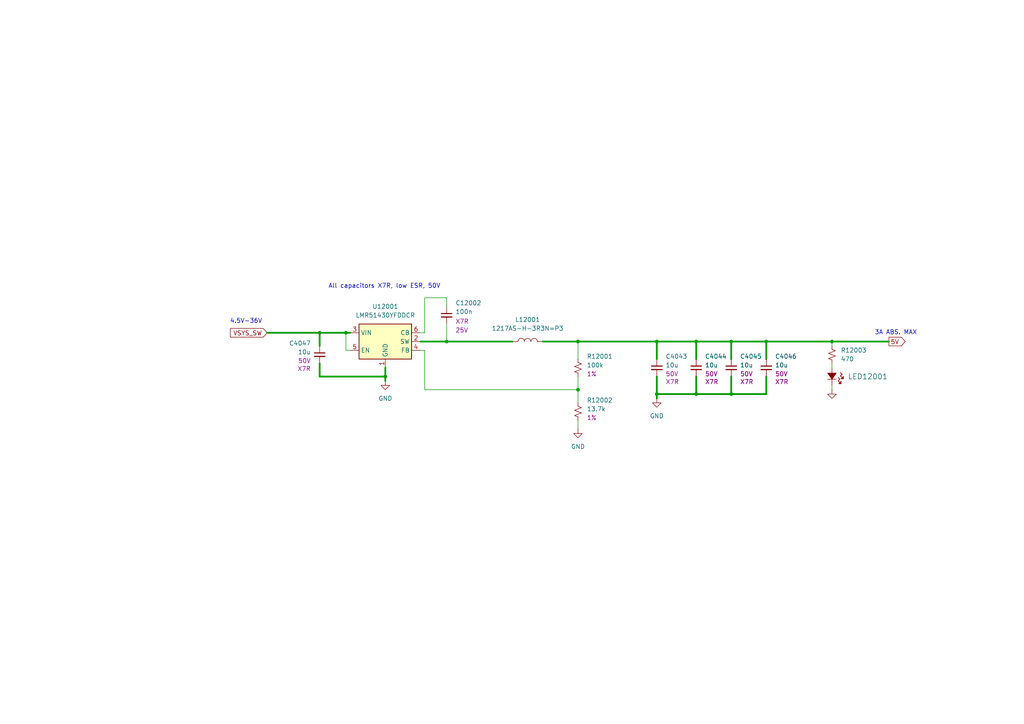
<source format=kicad_sch>
(kicad_sch (version 20250114) (generator "eeschema") (generator_version "9.0")
  (paper "A4")
  (lib_symbols
    (symbol "1217AS-H-3R3N-P3:1217AS-H-3R3N=P3" (pin_numbers (hide yes)) (pin_names (offset 1.016) (hide yes))
      (property "Reference" "L" (at -6.35 4.572 0))
      (property "Value" "1217AS-H-3R3N=P3" (at -6.35 2.032 0))
      (symbol "1217AS-H-3R3N=P3_0_1"
        (polyline (pts (xy 1.27 0) (xy 1.6497 0)))
        (arc (start 1.6558 0.0222) (mid 2.577 0.9523) (end 3.4736 -0.0015))
        (arc (start 3.4751 -0.0051) (mid 4.4361 0.9182) (end 5.3753 -0.0273))
        (arc (start 5.384 -0.0258) (mid 6.3277 0.9484) (end 7.2938 -0.0036))
        (polyline (pts (xy 7.2731 -0.0015) (xy 7.5558 0)))
      )
      (symbol "1217AS-H-3R3N=P3_1_0"
        (pin passive line (at 0 0 0) (length 1.27) (name "~") (number "1"))
        (pin passive line (at 8.89 0 180) (length 1.27) (name "~") (number "2"))
      )
    )
    (symbol "B1911PG--20D000514U1930:B1911PG--20D000514U1930" (pin_numbers (hide yes)) (pin_names (offset 0.254) (hide yes))
      (property "Reference" "LED" (at 2.54 4.318 0))
      (property "Value" "B1911PG--20D000514U1930" (at 3.302 -3.048 0))
      (symbol "B1911PG--20D000514U1930_0_1"
        (polyline (pts (xy 1.27 0) (xy 3.81 0)))
        (polyline (pts (xy 1.524 0) (xy 1.524 -1.27) (xy 3.302 0) (xy 1.524 1.27) (xy 1.524 0)) (fill (type outline)))
        (polyline (pts (xy 2.768 3.2658) (xy 3.0998 2.9184)))
        (polyline (pts (xy 3.302 1.27) (xy 3.302 -1.27)))
        (polyline (pts (xy 4.1989 2.592) (xy 4.5307 2.2446)))
      )
      (symbol "B1911PG--20D000514U1930_1_1"
        (polyline (pts (xy 1.3631 2.4518) (xy 1.8658 2.9572)) (stroke (width 0.2032)))
        (polyline (pts (xy 1.8763 2.9495) (xy 2.3495 2.4765)) (stroke (width 0.2032)))
        (polyline (pts (xy 2.3533 2.4726) (xy 3.175 3.302)) (stroke (width 0.2032)))
        (polyline (pts (xy 2.54 3.302) (xy 3.175 2.667)) (stroke (width 0.2032)))
        (polyline (pts (xy 2.794 1.778) (xy 3.2967 2.2834)) (stroke (width 0.2032)))
        (polyline (pts (xy 3.175 3.302) (xy 2.54 3.302)) (stroke (width 0.2032)))
        (polyline (pts (xy 3.175 2.667) (xy 3.175 3.302)) (stroke (width 0.2032)))
        (polyline (pts (xy 3.3072 2.2757) (xy 3.7804 1.8027)) (stroke (width 0.2032)))
        (polyline (pts (xy 3.7842 1.7988) (xy 4.6059 2.6282)) (stroke (width 0.2032)))
        (polyline (pts (xy 3.9709 2.6282) (xy 4.6059 1.9932)) (stroke (width 0.2032)))
        (polyline (pts (xy 4.6059 2.6282) (xy 3.9709 2.6282)) (stroke (width 0.2032)))
        (polyline (pts (xy 4.6059 1.9932) (xy 4.6059 2.6282)) (stroke (width 0.2032)))
        (pin passive line (at 0 0 0) (length 1.27) (name "") (number "2"))
        (pin passive line (at 5.08 0 180) (length 1.27) (name "") (number "1"))
      )
      (symbol "B1911PG--20D000514U1930_1_2"
        (polyline (pts (xy -5.08 8.255) (xy -5.08 7.62)) (stroke (width 0.2032)))
        (polyline (pts (xy -5.08 7.62) (xy -4.445 8.255)) (stroke (width 0.2032)))
        (polyline (pts (xy -4.445 10.16) (xy -4.445 9.525)) (stroke (width 0.2032)))
        (polyline (pts (xy -4.445 9.525) (xy -3.81 10.16)) (stroke (width 0.2032)))
        (polyline (pts (xy -4.445 8.255) (xy -5.08 8.255)) (stroke (width 0.2032)))
        (polyline (pts (xy -4.445 6.35) (xy -3.81 6.985)) (stroke (width 0.2032)))
        (polyline (pts (xy -3.81 10.16) (xy -4.445 10.16)) (stroke (width 0.2032)))
        (polyline (pts (xy -3.81 8.255) (xy -3.175 8.89)) (stroke (width 0.2032)))
        (polyline (pts (xy -3.81 6.985) (xy -5.08 8.255)) (stroke (width 0.2032)))
        (polyline (pts (xy -3.175 8.89) (xy -4.445 10.16)) (stroke (width 0.2032)))
        (polyline (pts (xy -3.175 5.08) (xy -4.445 6.35)) (stroke (width 0.2032)))
        (polyline (pts (xy -2.54 6.985) (xy -3.81 8.255)) (stroke (width 0.2032)))
        (polyline (pts (xy -1.905 3.81) (xy 1.905 3.81)) (stroke (width 0.2032)))
        (polyline (pts (xy 0 6.35) (xy -1.905 3.81)) (stroke (width 0.2032)))
        (polyline (pts (xy 0 6.35) (xy 0 7.62)) (stroke (width 0.2032)))
        (polyline (pts (xy 0 3.175) (xy 0 3.81)) (stroke (width 0.2032)))
        (polyline (pts (xy 0 2.54) (xy 0 3.4798)) (stroke (width 0.2032)))
        (polyline (pts (xy 1.905 6.35) (xy -1.905 6.35)) (stroke (width 0.2032)))
        (polyline (pts (xy 1.905 3.81) (xy 0 6.35)) (stroke (width 0.2032)))
        (pin unspecified line (at 0 10.16 270) (length 2.54) (name "") (number "1"))
        (pin unspecified line (at 0 0 90) (length 2.54) (name "") (number "2"))
      )
    )
    (symbol "Device:C_Small" (pin_numbers (hide yes)) (pin_names (offset 0.254) (hide yes))
      (property "Reference" "C" (at 0.254 1.778 0))
      (property "Value" "C_Small" (at 0.254 -2.032 0))
      (symbol "C_Small_0_1"
        (polyline (pts (xy -1.524 0.508) (xy 1.524 0.508)) (stroke (width 0.3048)))
        (polyline (pts (xy -1.524 -0.508) (xy 1.524 -0.508)) (stroke (width 0.3302)))
      )
      (symbol "C_Small_1_1"
        (pin passive line (at 0 2.54 270) (length 2.032) (name "~") (number "1"))
        (pin passive line (at 0 -2.54 90) (length 2.032) (name "~") (number "2"))
      )
    )
    (symbol "Device:R_Small_US" (pin_numbers (hide yes)) (pin_names (offset 0.254) (hide yes))
      (property "Reference" "R" (at 0.762 0.508 0))
      (property "Value" "R_Small_US" (at 0.762 -1.016 0))
      (symbol "R_Small_US_1_1"
        (polyline (pts (xy 0 1.524) (xy 1.016 1.143) (xy 0 0.762) (xy -1.016 0.381) (xy 0 0)))
        (polyline (pts (xy 0 0) (xy 1.016 -0.381) (xy 0 -0.762) (xy -1.016 -1.143) (xy 0 -1.524)))
        (pin passive line (at 0 2.54 270) (length 1.016) (name "~") (number "1"))
        (pin passive line (at 0 -2.54 90) (length 1.016) (name "~") (number "2"))
      )
    )
    (symbol "Regulator_Switching:LMR51430"
      (property "Reference" "U" (at -7.62 6.35 0))
      (property "Value" "LMR51430" (at 0 6.35 0))
      (symbol "LMR51430_0_1"
        (rectangle (start -7.62 5.08) (end 7.62 -5.08) (stroke (width 0.254)) (fill (type background)))
      )
      (symbol "LMR51430_1_1"
        (pin power_in line (at -10.16 2.54 0) (length 2.54) (name "VIN") (number "3"))
        (pin input line (at -10.16 -2.54 0) (length 2.54) (name "EN") (number "5"))
        (pin power_in line (at 0 -7.62 90) (length 2.54) (name "GND") (number "1"))
        (pin passive line (at 10.16 2.54 180) (length 2.54) (name "CB") (number "6"))
        (pin power_out line (at 10.16 0 180) (length 2.54) (name "SW") (number "2"))
        (pin input line (at 10.16 -2.54 180) (length 2.54) (name "FB") (number "4"))
      )
    )
    (symbol "power:GND" (power) (pin_numbers (hide yes)) (pin_names (offset 0) (hide yes))
      (property "Value" "GND" (at 0 -3.81 0))
      (symbol "GND_0_1"
        (polyline (pts (xy 0 0) (xy 0 -1.27) (xy 1.27 -1.27) (xy 0 -2.54) (xy -1.27 -1.27) (xy 0 -1.27)))
      )
      (symbol "GND_1_1"
        (pin power_in line (at 0 0 270) (length 0) (name "~") (number "1"))
      )
    )
  )
  (text "All capacitors X7R, low ESR, 50V" (at 111.506 83.058 0) (effects (font (size 1.27 1.27))))
  (text "4.5V-36V" (at 71.374 93.218 0) (effects (font (size 1.27 1.27))))
  (text "3A ABS. MAX" (at 259.842 96.52 0) (effects (font (size 1.27 1.27))))
  (junction (at 212.09 114.3))
  (junction (at 241.3 99.06))
  (junction (at 201.93 99.06))
  (junction (at 167.64 113.03))
  (junction (at 190.5 99.06))
  (junction (at 212.09 99.06))
  (junction (at 222.25 99.06))
  (junction (at 111.76 109.22))
  (junction (at 201.93 114.3))
  (junction (at 100.33 96.52))
  (junction (at 167.64 99.06))
  (junction (at 92.71 96.52))
  (junction (at 190.5 114.3))
  (junction (at 129.54 99.06))
  (wire (pts (xy 222.25 114.3) (xy 222.25 109.22)) (stroke (width 0.508)))
  (wire (pts (xy 167.64 113.03) (xy 167.64 116.84)))
  (wire (pts (xy 92.71 96.52) (xy 100.33 96.52)) (stroke (width 0.508)))
  (wire (pts (xy 121.92 101.6) (xy 123.19 101.6)))
  (wire (pts (xy 241.3 99.06) (xy 241.3 100.33)))
  (wire (pts (xy 167.64 99.06) (xy 167.64 104.14)))
  (wire (pts (xy 241.3 111.76) (xy 241.3 113.03)))
  (wire (pts (xy 123.19 101.6) (xy 123.19 113.03)))
  (wire (pts (xy 201.93 99.06) (xy 212.09 99.06)) (stroke (width 0.508)))
  (wire (pts (xy 190.5 114.3) (xy 201.93 114.3)) (stroke (width 0.508)))
  (wire (pts (xy 111.76 106.68) (xy 111.76 109.22)) (stroke (width 0.508)))
  (wire (pts (xy 129.54 86.36) (xy 129.54 88.9)))
  (wire (pts (xy 212.09 114.3) (xy 222.25 114.3)) (stroke (width 0.508)))
  (wire (pts (xy 157.48 99.06) (xy 167.64 99.06)) (stroke (width 0.508)))
  (wire (pts (xy 129.54 93.98) (xy 129.54 99.06)))
  (wire (pts (xy 100.33 101.6) (xy 100.33 96.52)))
  (wire (pts (xy 101.6 101.6) (xy 100.33 101.6)))
  (wire (pts (xy 201.93 109.22) (xy 201.93 114.3)) (stroke (width 0.508)))
  (wire (pts (xy 190.5 99.06) (xy 201.93 99.06)) (stroke (width 0.508)))
  (wire (pts (xy 77.47 96.52) (xy 92.71 96.52)) (stroke (width 0.508)))
  (wire (pts (xy 212.09 99.06) (xy 222.25 99.06)) (stroke (width 0.508)))
  (wire (pts (xy 222.25 99.06) (xy 222.25 104.14)) (stroke (width 0.508)))
  (wire (pts (xy 167.64 109.22) (xy 167.64 113.03)))
  (wire (pts (xy 212.09 114.3) (xy 212.09 109.22)) (stroke (width 0.508)))
  (wire (pts (xy 92.71 105.41) (xy 92.71 109.22)) (stroke (width 0.508)))
  (wire (pts (xy 123.19 113.03) (xy 167.64 113.03)))
  (wire (pts (xy 92.71 109.22) (xy 111.76 109.22)) (stroke (width 0.508)))
  (wire (pts (xy 201.93 99.06) (xy 201.93 104.14)) (stroke (width 0.508)))
  (wire (pts (xy 190.5 99.06) (xy 190.5 104.14)) (stroke (width 0.508)))
  (wire (pts (xy 212.09 99.06) (xy 212.09 104.14)) (stroke (width 0.508)))
  (wire (pts (xy 190.5 109.22) (xy 190.5 114.3)) (stroke (width 0.508)))
  (wire (pts (xy 100.33 96.52) (xy 101.6 96.52)) (stroke (width 0.508)))
  (wire (pts (xy 121.92 99.06) (xy 129.54 99.06)) (stroke (width 0.508)))
  (wire (pts (xy 123.19 96.52) (xy 123.19 86.36)))
  (wire (pts (xy 123.19 86.36) (xy 129.54 86.36)))
  (wire (pts (xy 123.19 96.52) (xy 121.92 96.52)))
  (wire (pts (xy 190.5 114.3) (xy 190.5 115.57)) (stroke (width 0.508)))
  (wire (pts (xy 241.3 105.41) (xy 241.3 106.68)))
  (wire (pts (xy 92.71 96.52) (xy 92.71 100.33)) (stroke (width 0.508)))
  (wire (pts (xy 129.54 99.06) (xy 148.59 99.06)) (stroke (width 0.508)))
  (wire (pts (xy 111.76 109.22) (xy 111.76 110.49)) (stroke (width 0.508)))
  (wire (pts (xy 201.93 114.3) (xy 212.09 114.3)) (stroke (width 0.508)))
  (wire (pts (xy 222.25 99.06) (xy 241.3 99.06)) (stroke (width 0.508)))
  (wire (pts (xy 167.64 121.92) (xy 167.64 124.46)))
  (wire (pts (xy 241.3 99.06) (xy 257.81 99.06)) (stroke (width 0.508)))
  (wire (pts (xy 167.64 99.06) (xy 190.5 99.06)) (stroke (width 0.508)))
  (global_label "5V" (shape output) (at 257.81 99.06 0) (property "Intersheetrefs" "${INTERSHEET_REFS}" (effects (hide yes))))
  (global_label "VSYS_SW" (shape input) (at 77.47 96.52 180) (property "Intersheetrefs" "${INTERSHEET_REFS}" (effects (hide yes))))
  (symbol (lib_id "Device:R_Small_US") (at 241.3 102.87 0) (unit 1)
    (property "Reference" "R12003" (at 243.84 101.5999 0) (effects (justify left)))
    (property "Value" "470" (at 243.84 104.1399 0) (effects (justify left)))
    (property "Description" "Resistor, small US symbol" (effects (hide yes)))
  )
  (symbol (lib_id "power:GND") (at 111.76 110.49 0) (unit 1)
    (property "Reference" "#PWR012001" (effects (hide yes)))
    (property "Value" "GND" (at 111.76 115.57 0))
    (property "Description" "Power symbol creates a global label with name \"GND\" , ground" (effects (hide yes)))
  )
  (symbol (lib_id "Device:C_Small") (at 222.25 106.68 0) (unit 1)
    (property "Reference" "C4046" (at 224.79 103.378 0) (effects (justify left)))
    (property "Value" "10u" (at 224.79 105.918 0) (effects (justify left)))
    (property "Description" "Unpolarized capacitor, small symbol" (effects (hide yes)))
    (property "TCC" "X7R" (at 224.79 110.744 0) (effects (justify left)))
    (property "Voltage" "50V" (at 224.79 108.458 0) (effects (justify left)))
  )
  (symbol (lib_id "Device:C_Small") (at 129.54 91.44 0) (unit 1)
    (property "Reference" "C12002" (at 132.08 87.884 0) (effects (justify left)))
    (property "Value" "100n" (at 132.08 90.424 0) (effects (justify left)))
    (property "Description" "Unpolarized capacitor, small symbol" (effects (hide yes)))
    (property "TCC" "X7R" (at 132.08 93.218 0) (effects (justify left)))
    (property "Voltage" "25V" (at 132.08 95.758 0) (effects (justify left)))
  )
  (symbol (lib_id "Device:C_Small") (at 212.09 106.68 0) (unit 1)
    (property "Reference" "C4045" (at 214.63 103.378 0) (effects (justify left)))
    (property "Value" "10u" (at 214.63 105.918 0) (effects (justify left)))
    (property "Description" "Unpolarized capacitor, small symbol" (effects (hide yes)))
    (property "TCC" "X7R" (at 214.63 110.744 0) (effects (justify left)))
    (property "Voltage" "50V" (at 214.63 108.458 0) (effects (justify left)))
  )
  (symbol (lib_id "power:GND") (at 190.5 115.57 0) (unit 1)
    (property "Reference" "#PWR012003" (effects (hide yes)))
    (property "Value" "GND" (at 190.5 120.65 0))
    (property "Description" "Power symbol creates a global label with name \"GND\" , ground" (effects (hide yes)))
  )
  (symbol (lib_id "Device:C_Small") (at 190.5 106.68 0) (unit 1)
    (property "Reference" "C4043" (at 193.04 103.378 0) (effects (justify left)))
    (property "Value" "10u" (at 193.04 105.918 0) (effects (justify left)))
    (property "Description" "Unpolarized capacitor, small symbol" (effects (hide yes)))
    (property "TCC" "X7R" (at 193.04 110.744 0) (effects (justify left)))
    (property "Voltage" "50V" (at 193.04 108.458 0) (effects (justify left)))
  )
  (symbol (lib_id "B1911PG--20D000514U1930:B1911PG--20D000514U1930") (at 241.3 106.68 270) (unit 1)
    (property "Reference" "LED12001" (at 245.872 109.22 90) (effects (font (size 1.524 1.524)) (justify left)))
    (property "Value" "B1911PG--20D000514U1930" (effects (hide yes)))
    (property "Footprint" "LED_B1911PG--20D000514U1930_HVK" (effects (hide yes)))
    (property "Datasheet" "B1911PG--20D000514U1930" (effects (hide yes)))
  )
  (symbol (lib_id "Device:C_Small") (at 92.71 102.87 0) (mirror y) (unit 1)
    (property "Reference" "C4047" (at 90.17 99.568 0) (effects (justify left)))
    (property "Value" "10u" (at 90.17 102.108 0) (effects (justify left)))
    (property "Description" "Unpolarized capacitor, small symbol" (effects (hide yes)))
    (property "TCC" "X7R" (at 90.17 106.934 0) (effects (justify left)))
    (property "Voltage" "50V" (at 90.17 104.648 0) (effects (justify left)))
  )
  (symbol (lib_id "Device:C_Small") (at 201.93 106.68 0) (unit 1)
    (property "Reference" "C4044" (at 204.47 103.378 0) (effects (justify left)))
    (property "Value" "10u" (at 204.47 105.918 0) (effects (justify left)))
    (property "Description" "Unpolarized capacitor, small symbol" (effects (hide yes)))
    (property "TCC" "X7R" (at 204.47 110.744 0) (effects (justify left)))
    (property "Voltage" "50V" (at 204.47 108.458 0) (effects (justify left)))
  )
  (symbol (lib_id "1217AS-H-3R3N-P3:1217AS-H-3R3N=P3") (at 148.59 99.06 0) (unit 1)
    (property "Reference" "L12001" (at 153.035 92.71 0))
    (property "Value" "1217AS-H-3R3N=P3" (at 153.035 95.25 0))
    (property "Footprint" "1217AS-H-3R3N=P3:IND_1217AS-H-3R3N=P3" (effects (hide yes)))
    (property "PARTREV" "N/A" (effects (hide yes)))
    (property "STANDARD" "Manufacturer Recommendations" (effects (hide yes)))
    (property "MAXIMUM_PACKAGE_HEIGHT" "4.5 mm" (effects (hide yes)))
    (property "MANUFACTURER" "Murata" (effects (hide yes)))
  )
  (symbol (lib_id "power:GND") (at 241.3 113.03 0) (unit 1)
    (property "Reference" "#PWR012004" (effects (hide yes)))
    (property "Value" "GND" (effects (hide yes)))
    (property "Description" "Power symbol creates a global label with name \"GND\" , ground" (effects (hide yes)))
  )
  (symbol (lib_id "Device:R_Small_US") (at 167.64 106.68 0) (unit 1)
    (property "Reference" "R12001" (at 170.18 103.378 0) (effects (justify left)))
    (property "Value" "100k" (at 170.18 105.918 0) (effects (justify left)))
    (property "Description" "Resistor, small US symbol" (effects (hide yes)))
    (property "Tolerance" "1%" (at 170.18 108.458 0) (effects (justify left)))
  )
  (symbol (lib_id "Device:R_Small_US") (at 167.64 119.38 0) (unit 1)
    (property "Reference" "R12002" (at 170.18 116.078 0) (effects (justify left)))
    (property "Value" "13.7k" (at 170.18 118.618 0) (effects (justify left)))
    (property "Description" "Resistor, small US symbol" (effects (hide yes)))
    (property "Tolerance" "1%" (at 170.18 121.158 0) (effects (justify left)))
  )
  (symbol (lib_id "power:GND") (at 167.64 124.46 0) (unit 1)
    (property "Reference" "#PWR012002" (effects (hide yes)))
    (property "Value" "GND" (at 167.64 129.54 0))
    (property "Description" "Power symbol creates a global label with name \"GND\" , ground" (effects (hide yes)))
  )
  (symbol (lib_id "Regulator_Switching:LMR51430") (at 111.76 99.06 0) (unit 1)
    (property "Reference" "U12001" (at 111.76 88.9 0))
    (property "Value" "LMR51430YFDDCR" (at 111.76 91.44 0))
    (property "Footprint" "Package_TO_SOT_SMD:SOT-23-6" (effects (hide yes)))
    (property "Datasheet" "https://www.ti.com/lit/ds/symlink/lmr51430.pdf" (effects (hide yes)))
    (property "Description" "4.5-V to 36-V, 3-A synchronous buck converter with 40-µA IQ, SOT-23-6" (effects (hide yes)))
  )
)
</source>
